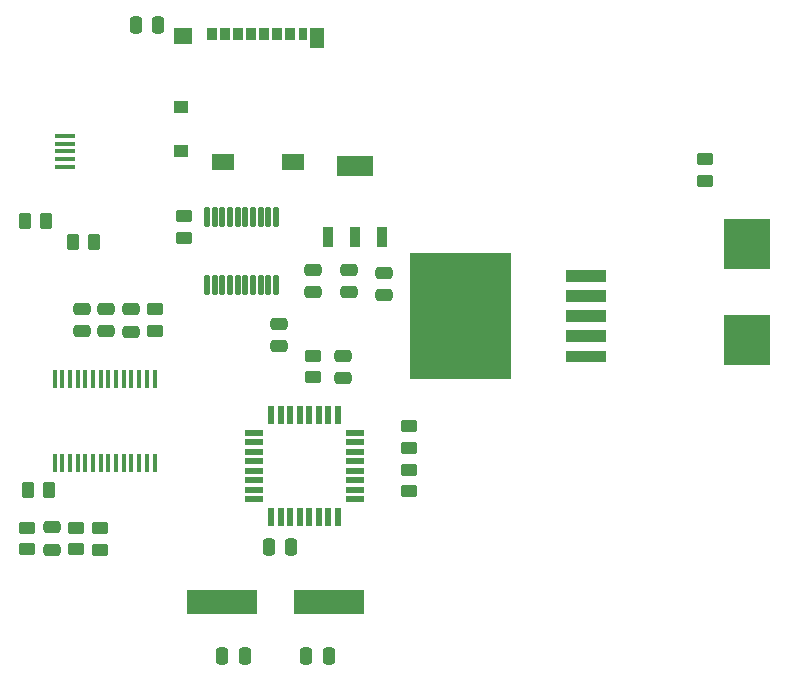
<source format=gbr>
%TF.GenerationSoftware,KiCad,Pcbnew,7.0.1-0*%
%TF.CreationDate,2023-10-30T18:15:43-04:00*%
%TF.ProjectId,WaveWise_Buoy,57617665-5769-4736-955f-42756f792e6b,rev?*%
%TF.SameCoordinates,Original*%
%TF.FileFunction,Paste,Top*%
%TF.FilePolarity,Positive*%
%FSLAX46Y46*%
G04 Gerber Fmt 4.6, Leading zero omitted, Abs format (unit mm)*
G04 Created by KiCad (PCBNEW 7.0.1-0) date 2023-10-30 18:15:43*
%MOMM*%
%LPD*%
G01*
G04 APERTURE LIST*
G04 Aperture macros list*
%AMRoundRect*
0 Rectangle with rounded corners*
0 $1 Rounding radius*
0 $2 $3 $4 $5 $6 $7 $8 $9 X,Y pos of 4 corners*
0 Add a 4 corners polygon primitive as box body*
4,1,4,$2,$3,$4,$5,$6,$7,$8,$9,$2,$3,0*
0 Add four circle primitives for the rounded corners*
1,1,$1+$1,$2,$3*
1,1,$1+$1,$4,$5*
1,1,$1+$1,$6,$7*
1,1,$1+$1,$8,$9*
0 Add four rect primitives between the rounded corners*
20,1,$1+$1,$2,$3,$4,$5,0*
20,1,$1+$1,$4,$5,$6,$7,0*
20,1,$1+$1,$6,$7,$8,$9,0*
20,1,$1+$1,$8,$9,$2,$3,0*%
G04 Aperture macros list end*
%ADD10C,0.010000*%
%ADD11R,0.850800X1.761200*%
%ADD12R,3.150799X1.761200*%
%ADD13RoundRect,0.250000X-0.450000X0.262500X-0.450000X-0.262500X0.450000X-0.262500X0.450000X0.262500X0*%
%ADD14R,6.000000X2.000000*%
%ADD15RoundRect,0.100000X-0.750000X0.100000X-0.750000X-0.100000X0.750000X-0.100000X0.750000X0.100000X0*%
%ADD16RoundRect,0.250000X0.450000X-0.262500X0.450000X0.262500X-0.450000X0.262500X-0.450000X-0.262500X0*%
%ADD17RoundRect,0.250000X-0.475000X0.250000X-0.475000X-0.250000X0.475000X-0.250000X0.475000X0.250000X0*%
%ADD18RoundRect,0.250000X0.250000X0.475000X-0.250000X0.475000X-0.250000X-0.475000X0.250000X-0.475000X0*%
%ADD19R,0.431800X1.511300*%
%ADD20RoundRect,0.250000X0.262500X0.450000X-0.262500X0.450000X-0.262500X-0.450000X0.262500X-0.450000X0*%
%ADD21R,0.550000X1.500000*%
%ADD22R,1.500000X0.550000*%
%ADD23RoundRect,0.020500X-0.184500X0.764500X-0.184500X-0.764500X0.184500X-0.764500X0.184500X0.764500X0*%
%ADD24RoundRect,0.250000X0.475000X-0.250000X0.475000X0.250000X-0.475000X0.250000X-0.475000X-0.250000X0*%
%ADD25R,0.850000X1.100000*%
%ADD26R,0.750000X1.100000*%
%ADD27R,1.200000X1.000000*%
%ADD28R,1.550000X1.350000*%
%ADD29R,1.170000X1.800000*%
%ADD30R,1.900000X1.350000*%
%ADD31R,4.000000X4.300000*%
G04 APERTURE END LIST*
%TO.C,U4*%
D10*
X185214400Y-79796000D02*
X181914400Y-79796000D01*
X181914400Y-78896000D01*
X185214400Y-78896000D01*
X185214400Y-79796000D01*
G36*
X185214400Y-79796000D02*
G01*
X181914400Y-79796000D01*
X181914400Y-78896000D01*
X185214400Y-78896000D01*
X185214400Y-79796000D01*
G37*
X185214400Y-78096000D02*
X181914400Y-78096000D01*
X181914400Y-77196000D01*
X185214400Y-77196000D01*
X185214400Y-78096000D01*
G36*
X185214400Y-78096000D02*
G01*
X181914400Y-78096000D01*
X181914400Y-77196000D01*
X185214400Y-77196000D01*
X185214400Y-78096000D01*
G37*
X185214400Y-76396000D02*
X181914400Y-76396000D01*
X181914400Y-75496000D01*
X185214400Y-75496000D01*
X185214400Y-76396000D01*
G36*
X185214400Y-76396000D02*
G01*
X181914400Y-76396000D01*
X181914400Y-75496000D01*
X185214400Y-75496000D01*
X185214400Y-76396000D01*
G37*
X185214400Y-74696000D02*
X181914400Y-74696000D01*
X181914400Y-73796000D01*
X185214400Y-73796000D01*
X185214400Y-74696000D01*
G36*
X185214400Y-74696000D02*
G01*
X181914400Y-74696000D01*
X181914400Y-73796000D01*
X185214400Y-73796000D01*
X185214400Y-74696000D01*
G37*
X185214400Y-72996000D02*
X181914400Y-72996000D01*
X181914400Y-72096000D01*
X185214400Y-72096000D01*
X185214400Y-72996000D01*
G36*
X185214400Y-72996000D02*
G01*
X181914400Y-72996000D01*
X181914400Y-72096000D01*
X185214400Y-72096000D01*
X185214400Y-72996000D01*
G37*
X177214400Y-81246000D02*
X168714400Y-81246000D01*
X168714400Y-70646000D01*
X177214400Y-70646000D01*
X177214400Y-81246000D01*
G36*
X177214400Y-81246000D02*
G01*
X168714400Y-81246000D01*
X168714400Y-70646000D01*
X177214400Y-70646000D01*
X177214400Y-81246000D01*
G37*
%TD*%
D11*
%TO.C,U7*%
X161746700Y-69319000D03*
X164046700Y-69319000D03*
X166346700Y-69319000D03*
D12*
X164046700Y-63269000D03*
%TD*%
D13*
%TO.C,R5*%
X147116800Y-75399300D03*
X147116800Y-77224300D03*
%TD*%
D14*
%TO.C,Y1*%
X152853000Y-100203000D03*
X161853000Y-100203000D03*
%TD*%
D13*
%TO.C,R8*%
X168656000Y-85320500D03*
X168656000Y-87145500D03*
%TD*%
D15*
%TO.C,J3*%
X139534000Y-60721000D03*
X139534000Y-61371000D03*
X139534000Y-62021000D03*
X139534000Y-62671000D03*
X139534000Y-63321000D03*
%TD*%
D16*
%TO.C,R9*%
X140436600Y-95730700D03*
X140436600Y-93905700D03*
%TD*%
D17*
%TO.C,C18*%
X166497000Y-72329000D03*
X166497000Y-74229000D03*
%TD*%
%TO.C,C1*%
X160502600Y-72075000D03*
X160502600Y-73975000D03*
%TD*%
D13*
%TO.C,R12*%
X168656000Y-89003500D03*
X168656000Y-90828500D03*
%TD*%
D18*
%TO.C,C4*%
X154747000Y-104775000D03*
X152847000Y-104775000D03*
%TD*%
D13*
%TO.C,R4*%
X149606000Y-67540500D03*
X149606000Y-69365500D03*
%TD*%
D19*
%TO.C,U5*%
X138650000Y-88385650D03*
X139300001Y-88385650D03*
X139950000Y-88385650D03*
X140600001Y-88385650D03*
X141249999Y-88385650D03*
X141900001Y-88385650D03*
X142549999Y-88385650D03*
X143199998Y-88385650D03*
X143849999Y-88385650D03*
X144499998Y-88385650D03*
X145149999Y-88385650D03*
X145799998Y-88385650D03*
X146449999Y-88385650D03*
X147099998Y-88385650D03*
X147100000Y-81286350D03*
X146449999Y-81286350D03*
X145800000Y-81286350D03*
X145149999Y-81286350D03*
X144500001Y-81286350D03*
X143849999Y-81286350D03*
X143200001Y-81286350D03*
X142549999Y-81286350D03*
X141900001Y-81286350D03*
X141249999Y-81286350D03*
X140600001Y-81286350D03*
X139950000Y-81286350D03*
X139300001Y-81286350D03*
X138650000Y-81286350D03*
%TD*%
D17*
%TO.C,C13*%
X138379200Y-93868200D03*
X138379200Y-95768200D03*
%TD*%
%TO.C,C2*%
X157607000Y-76647000D03*
X157607000Y-78547000D03*
%TD*%
D16*
%TO.C,R10*%
X142494000Y-95756100D03*
X142494000Y-93931100D03*
%TD*%
D17*
%TO.C,C17*%
X163576000Y-72075000D03*
X163576000Y-73975000D03*
%TD*%
D16*
%TO.C,R11*%
X136321800Y-95730700D03*
X136321800Y-93905700D03*
%TD*%
D17*
%TO.C,C14*%
X143002000Y-75377000D03*
X143002000Y-77277000D03*
%TD*%
D18*
%TO.C,C11*%
X147418000Y-51335500D03*
X145518000Y-51335500D03*
%TD*%
D13*
%TO.C,R3*%
X160528000Y-79351500D03*
X160528000Y-81176500D03*
%TD*%
D18*
%TO.C,C9*%
X158684000Y-95504000D03*
X156784000Y-95504000D03*
%TD*%
D20*
%TO.C,R7*%
X137945500Y-67945000D03*
X136120500Y-67945000D03*
%TD*%
D16*
%TO.C,R1*%
X193675000Y-64539500D03*
X193675000Y-62714500D03*
%TD*%
D17*
%TO.C,C16*%
X145084800Y-75387200D03*
X145084800Y-77287200D03*
%TD*%
D20*
%TO.C,R2*%
X142009500Y-69723000D03*
X140184500Y-69723000D03*
%TD*%
D21*
%TO.C,U1*%
X156998000Y-92964000D03*
X157798000Y-92964000D03*
X158598000Y-92964000D03*
X159398000Y-92964000D03*
X160198000Y-92964000D03*
X160998000Y-92964000D03*
X161798000Y-92964000D03*
X162598000Y-92964000D03*
D22*
X164098000Y-91464000D03*
X164098000Y-90664000D03*
X164098000Y-89864000D03*
X164098000Y-89064000D03*
X164098000Y-88264000D03*
X164098000Y-87464000D03*
X164098000Y-86664000D03*
X164098000Y-85864000D03*
D21*
X162598000Y-84364000D03*
X161798000Y-84364000D03*
X160998000Y-84364000D03*
X160198000Y-84364000D03*
X159398000Y-84364000D03*
X158598000Y-84364000D03*
X157798000Y-84364000D03*
X156998000Y-84364000D03*
D22*
X155498000Y-85864000D03*
X155498000Y-86664000D03*
X155498000Y-87464000D03*
X155498000Y-88264000D03*
X155498000Y-89064000D03*
X155498000Y-89864000D03*
X155498000Y-90664000D03*
X155498000Y-91464000D03*
%TD*%
D18*
%TO.C,C5*%
X161859000Y-104775000D03*
X159959000Y-104775000D03*
%TD*%
D23*
%TO.C,U3*%
X157390000Y-67591500D03*
X156740000Y-67591500D03*
X156090000Y-67591500D03*
X155440000Y-67591500D03*
X154790000Y-67591500D03*
X154140000Y-67591500D03*
X153490000Y-67591500D03*
X152840000Y-67591500D03*
X152190000Y-67591500D03*
X151540000Y-67591500D03*
X151540000Y-73331500D03*
X152190000Y-73331500D03*
X152840000Y-73331500D03*
X153490000Y-73331500D03*
X154140000Y-73331500D03*
X154790000Y-73331500D03*
X155440000Y-73331500D03*
X156090000Y-73331500D03*
X156740000Y-73331500D03*
X157390000Y-73331500D03*
%TD*%
D24*
%TO.C,C10*%
X163068000Y-81214000D03*
X163068000Y-79314000D03*
%TD*%
D20*
%TO.C,R6*%
X138199500Y-90678000D03*
X136374500Y-90678000D03*
%TD*%
D25*
%TO.C,J1*%
X151999000Y-52108500D03*
X153099000Y-52108500D03*
X154199000Y-52108500D03*
X155299000Y-52108500D03*
X156399000Y-52108500D03*
X157499000Y-52108500D03*
X158599000Y-52108500D03*
D26*
X159649000Y-52108500D03*
D27*
X149364000Y-58258500D03*
X149364000Y-61958500D03*
D28*
X149539000Y-52233500D03*
D29*
X160859000Y-52458500D03*
D30*
X158834000Y-62933500D03*
X152864000Y-62933500D03*
%TD*%
D31*
%TO.C,L1*%
X197231000Y-69864000D03*
X197231000Y-77964000D03*
%TD*%
D17*
%TO.C,C15*%
X140919200Y-75377000D03*
X140919200Y-77277000D03*
%TD*%
M02*

</source>
